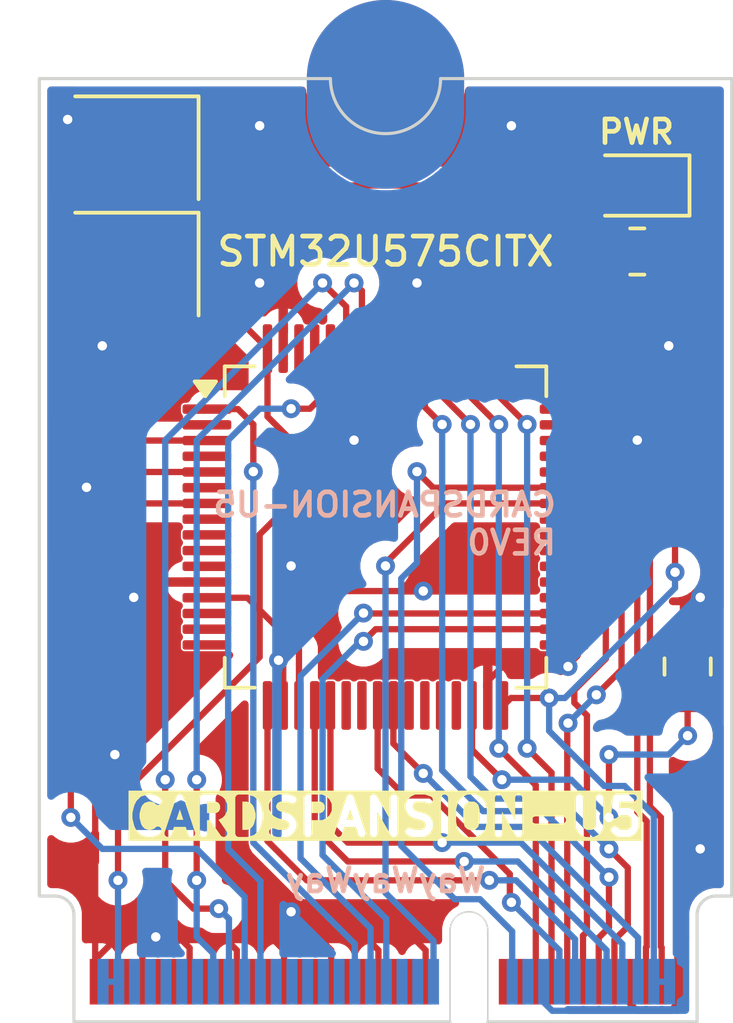
<source format=kicad_pcb>
(kicad_pcb (version 20241229) (generator "pcbnew") (generator_version "9.0")
  (layers (0 "F.Cu" signal) (2 "B.Cu" signal) (13 "F.Paste" user) (15 "B.Paste" user) (5 "F.SilkS" user "F.Silkscreen") (7 "B.SilkS" user "B.Silkscreen") (1 "F.Mask" user) (3 "B.Mask" user) (25 "Edge.Cuts" user))
  (net 0 "")
  (net 1 "/SDIO-CMD")
  (net 2 "/SDIO-D3")
  (net 7 "/I2C-SDA")
  (net 15 "GND")
  (net 19 "/SDIO-CLK")
  (net 20 "/I2S-WS")
  (net 21 "/LED1")
  (net 22 "/UART-RX")
  (net 25 "/I2S-SD")
  (net 26 "/I2S-CK")
  (net 27 "/I2C-SCL")
  (net 32 "/SDIO-D2")
  (net 37 "/SDIO-D1")
  (net 39 "/SDIO-D0")
  (net 43 "/UART-TX")
  (net 44 "/LED2")
  (net 46 "/VBAT")
  (net 47 "/USB-D+")
  (net 48 "/NRST")
  (net 49 "/SWDIO")
  (net 50 "+3.3V")
  (net 52 "/SWCLK")
  (net 53 "/OSCIN")
  (net 54 "/RTCIN")
  (net 56 "/USB-D-")
  (net 57 "/BOOT")
  (net 58 "Net-(U1-VCAP)")
  (net 87 "Net-(D1-K)")
  (footprint "Oscillator:Oscillator_SMD_Abracon_ASE-4Pin_3.2x2.5mm" (layer "F.Cu") (at 102.1 101.7 180)
    (property "Reference" "Y1" (hide yes))
    (property "Value" "ASE-8MHZ" (hide yes))
    (fp_line (start -1.96 1.635) (end 1.96 1.635) (stroke (width 0.12)) (layer "F.SilkS"))
    (fp_line (start -1.96 -1.635) (end -1.96 1.635) (stroke (width 0.12)) (layer "F.SilkS"))
    (pad "1" smd roundrect (at -1.05 0.825 180) (size 1.3 1.1) (layers "F.Cu" "F.Mask" "F.Paste") (roundrect_rratio 0.227273) (net 50 "+3.3V"))
    (pad "2" smd roundrect (at 1.05 0.825 180) (size 1.3 1.1) (layers "F.Cu" "F.Mask" "F.Paste") (roundrect_rratio 0.227273) (net 15 "GND"))
    (pad "3" smd roundrect (at 1.05 -0.825 180) (size 1.3 1.1) (layers "F.Cu" "F.Mask" "F.Paste") (roundrect_rratio 0.227273) (net 53 "/OSCIN"))
    (pad "4" smd roundrect (at -1.05 -0.825 180) (size 1.3 1.1) (layers "F.Cu" "F.Mask" "F.Paste") (roundrect_rratio 0.227273) (net 50 "+3.3V"))
  )
  (footprint "Package_QFP:LQFP-64_10x10mm_P0.5mm" (layer "F.Cu") (at 110 113.7625)
    (property "Reference" "U1" (hide yes))
    (property "Value" "STM32U575RITx" (hide yes))
    (fp_line (start -5.11 -5.11) (end -5.11 -4.16) (stroke (width 0.12)) (layer "F.SilkS"))
    (fp_line (start -5.11 5.11) (end -5.11 4.16) (stroke (width 0.12)) (layer "F.SilkS"))
    (fp_line (start -4.16 -5.11) (end -5.11 -5.11) (stroke (width 0.12)) (layer "F.SilkS"))
    (fp_line (start -4.16 5.11) (end -5.11 5.11) (stroke (width 0.12)) (layer "F.SilkS"))
    (fp_line (start 4.16 -5.11) (end 5.11 -5.11) (stroke (width 0.12)) (layer "F.SilkS"))
    (fp_line (start 4.16 5.11) (end 5.11 5.11) (stroke (width 0.12)) (layer "F.SilkS"))
    (fp_line (start 5.11 -5.11) (end 5.11 -4.16) (stroke (width 0.12)) (layer "F.SilkS"))
    (fp_line (start 5.11 5.11) (end 5.11 4.16) (stroke (width 0.12)) (layer "F.SilkS"))
    (fp_poly (pts (xy -5.725 -4.16) (xy -6.065 -4.63) (xy -5.385 -4.63)) (stroke (width 0.12)) (fill yes) (layer "F.SilkS"))
    (pad "1" smd roundrect (at -5.675 -3.75) (size 1.55 0.3) (layers "F.Cu" "F.Mask" "F.Paste") (net 46 "/VBAT"))
    (pad "2" smd roundrect (at -5.675 -3.25) (size 1.55 0.3) (layers "F.Cu" "F.Mask" "F.Paste"))
    (pad "3" smd roundrect (at -5.675 -2.75) (size 1.55 0.3) (layers "F.Cu" "F.Mask" "F.Paste") (net 54 "/RTCIN"))
    (pad "4" smd roundrect (at -5.675 -2.25) (size 1.55 0.3) (layers "F.Cu" "F.Mask" "F.Paste"))
    (pad "5" smd roundrect (at -5.675 -1.75) (size 1.55 0.3) (layers "F.Cu" "F.Mask" "F.Paste") (net 53 "/OSCIN"))
    (pad "6" smd roundrect (at -5.675 -1.25) (size 1.55 0.3) (layers "F.Cu" "F.Mask" "F.Paste"))
    (pad "7" smd roundrect (at -5.675 -0.75) (size 1.55 0.3) (layers "F.Cu" "F.Mask" "F.Paste") (net 48 "/NRST"))
    (pad "8" smd roundrect (at -5.675 -0.25) (size 1.55 0.3) (layers "F.Cu" "F.Mask" "F.Paste"))
    (pad "9" smd roundrect (at -5.675 0.25) (size 1.55 0.3) (layers "F.Cu" "F.Mask" "F.Paste"))
    (pad "10" smd roundrect (at -5.675 0.75) (size 1.55 0.3) (layers "F.Cu" "F.Mask" "F.Paste"))
    (pad "11" smd roundrect (at -5.675 1.25) (size 1.55 0.3) (layers "F.Cu" "F.Mask" "F.Paste"))
    (pad "12" smd roundrect (at -5.675 1.75) (size 1.55 0.3) (layers "F.Cu" "F.Mask" "F.Paste") (net 15 "GND"))
    (pad "13" smd roundrect (at -5.675 2.25) (size 1.55 0.3) (layers "F.Cu" "F.Mask" "F.Paste") (net 50 "+3.3V"))
    (pad "14" smd roundrect (at -5.675 2.75) (size 1.55 0.3) (layers "F.Cu" "F.Mask" "F.Paste"))
    (pad "15" smd roundrect (at -5.675 3.25) (size 1.55 0.3) (layers "F.Cu" "F.Mask" "F.Paste"))
    (pad "16" smd roundrect (at -5.675 3.75) (size 1.55 0.3) (layers "F.Cu" "F.Mask" "F.Paste"))
    (pad "17" smd roundrect (at -3.75 5.675) (size 0.3 1.55) (layers "F.Cu" "F.Mask" "F.Paste") (net 25 "/I2S-SD"))
    (pad "18" smd roundrect (at -3.25 5.675) (size 0.3 1.55) (layers "F.Cu" "F.Mask" "F.Paste") (net 15 "GND"))
    (pad "19" smd roundrect (at -2.75 5.675) (size 0.3 1.55) (layers "F.Cu" "F.Mask" "F.Paste") (net 50 "+3.3V"))
    (pad "20" smd roundrect (at -2.25 5.675) (size 0.3 1.55) (layers "F.Cu" "F.Mask" "F.Paste") (net 20 "/I2S-WS"))
    (pad "21" smd roundrect (at -1.75 5.675) (size 0.3 1.55) (layers "F.Cu" "F.Mask" "F.Paste") (net 26 "/I2S-CK"))
    (pad "22" smd roundrect (at -1.25 5.675) (size 0.3 1.55) (layers "F.Cu" "F.Mask" "F.Paste"))
    (pad "23" smd roundrect (at -0.75 5.675) (size 0.3 1.55) (layers "F.Cu" "F.Mask" "F.Paste"))
    (pad "24" smd roundrect (at -0.25 5.675) (size 0.3 1.55) (layers "F.Cu" "F.Mask" "F.Paste") (net 44 "/LED2"))
    (pad "25" smd roundrect (at 0.25 5.675) (size 0.3 1.55) (layers "F.Cu" "F.Mask" "F.Paste") (net 21 "/LED1"))
    (pad "26" smd roundrect (at 0.75 5.675) (size 0.3 1.55) (layers "F.Cu" "F.Mask" "F.Paste"))
    (pad "27" smd roundrect (at 1.25 5.675) (size 0.3 1.55) (layers "F.Cu" "F.Mask" "F.Paste"))
    (pad "28" smd roundrect (at 1.75 5.675) (size 0.3 1.55) (layers "F.Cu" "F.Mask" "F.Paste"))
    (pad "29" smd roundrect (at 2.25 5.675) (size 0.3 1.55) (layers "F.Cu" "F.Mask" "F.Paste"))
    (pad "30" smd roundrect (at 2.75 5.675) (size 0.3 1.55) (layers "F.Cu" "F.Mask" "F.Paste") (net 58 "Net-(U1-VCAP)"))
    (pad "31" smd roundrect (at 3.25 5.675) (size 0.3 1.55) (layers "F.Cu" "F.Mask" "F.Paste") (net 15 "GND"))
    (pad "32" smd roundrect (at 3.75 5.675) (size 0.3 1.55) (layers "F.Cu" "F.Mask" "F.Paste") (net 50 "+3.3V"))
    (pad "33" smd roundrect (at 5.675 3.75) (size 1.55 0.3) (layers "F.Cu" "F.Mask" "F.Paste"))
    (pad "34" smd roundrect (at 5.675 3.25) (size 1.55 0.3) (layers "F.Cu" "F.Mask" "F.Paste") (net 49 "/SWDIO"))
    (pad "35" smd roundrect (at 5.675 2.75) (size 1.55 0.3) (layers "F.Cu" "F.Mask" "F.Paste") (net 52 "/SWCLK"))
    (pad "36" smd roundrect (at 5.675 2.25) (size 1.55 0.3) (layers "F.Cu" "F.Mask" "F.Paste"))
    (pad "37" smd roundrect (at 5.675 1.75) (size 1.55 0.3) (layers "F.Cu" "F.Mask" "F.Paste"))
    (pad "38" smd roundrect (at 5.675 1.25) (size 1.55 0.3) (layers "F.Cu" "F.Mask" "F.Paste"))
    (pad "39" smd roundrect (at 5.675 0.75) (size 1.55 0.3) (layers "F.Cu" "F.Mask" "F.Paste") (net 39 "/SDIO-D0"))
    (pad "40" smd roundrect (at 5.675 0.25) (size 1.55 0.3) (layers "F.Cu" "F.Mask" "F.Paste") (net 37 "/SDIO-D1"))
    (pad "41" smd roundrect (at 5.675 -0.25) (size 1.55 0.3) (layers "F.Cu" "F.Mask" "F.Paste"))
    (pad "42" smd roundrect (at 5.675 -0.75) (size 1.55 0.3) (layers "F.Cu" "F.Mask" "F.Paste") (net 43 "/UART-TX"))
    (pad "43" smd roundrect (at 5.675 -1.25) (size 1.55 0.3) (layers "F.Cu" "F.Mask" "F.Paste") (net 22 "/UART-RX"))
    (pad "44" smd roundrect (at 5.675 -1.75) (size 1.55 0.3) (layers "F.Cu" "F.Mask" "F.Paste") (net 56 "/USB-D-"))
    (pad "45" smd roundrect (at 5.675 -2.25) (size 1.55 0.3) (layers "F.Cu" "F.Mask" "F.Paste") (net 47 "/USB-D+"))
    (pad "46" smd roundrect (at 5.675 -2.75) (size 1.55 0.3) (layers "F.Cu" "F.Mask" "F.Paste"))
    (pad "47" smd roundrect (at 5.675 -3.25) (size 1.55 0.3) (layers "F.Cu" "F.Mask" "F.Paste") (net 15 "GND"))
    (pad "48" smd roundrect (at 5.675 -3.75) (size 1.55 0.3) (layers "F.Cu" "F.Mask" "F.Paste") (net 50 "+3.3V"))
    (pad "49" smd roundrect (at 3.75 -5.675) (size 0.3 1.55) (layers "F.Cu" "F.Mask" "F.Paste"))
    (pad "50" smd roundrect (at 3.25 -5.675) (size 0.3 1.55) (layers "F.Cu" "F.Mask" "F.Paste"))
    (pad "51" smd roundrect (at 2.75 -5.675) (size 0.3 1.55) (layers "F.Cu" "F.Mask" "F.Paste") (net 32 "/SDIO-D2"))
    (pad "52" smd roundrect (at 2.25 -5.675) (size 0.3 1.55) (layers "F.Cu" "F.Mask" "F.Paste") (net 2 "/SDIO-D3"))
    (pad "53" smd roundrect (at 1.75 -5.675) (size 0.3 1.55) (layers "F.Cu" "F.Mask" "F.Paste") (net 19 "/SDIO-CLK"))
    (pad "54" smd roundrect (at 1.25 -5.675) (size 0.3 1.55) (layers "F.Cu" "F.Mask" "F.Paste") (net 1 "/SDIO-CMD"))
    (pad "55" smd roundrect (at 0.75 -5.675) (size 0.3 1.55) (layers "F.Cu" "F.Mask" "F.Paste"))
    (pad "56" smd roundrect (at 0.25 -5.675) (size 0.3 1.55) (layers "F.Cu" "F.Mask" "F.Paste"))
    (pad "57" smd roundrect (at -0.25 -5.675) (size 0.3 1.55) (layers "F.Cu" "F.Mask" "F.Paste"))
    (pad "58" smd roundrect (at -0.75 -5.675) (size 0.3 1.55) (layers "F.Cu" "F.Mask" "F.Paste") (net 27 "/I2C-SCL"))
    (pad "59" smd roundrect (at -1.25 -5.675) (size 0.3 1.55) (layers "F.Cu" "F.Mask" "F.Paste") (net 7 "/I2C-SDA"))
    (pad "60" smd roundrect (at -1.75 -5.675) (size 0.3 1.55) (layers "F.Cu" "F.Mask" "F.Paste") (net 57 "/BOOT"))
    (pad "61" smd roundrect (at -2.25 -5.675) (size 0.3 1.55) (layers "F.Cu" "F.Mask" "F.Paste"))
    (pad "62" smd roundrect (at -2.75 -5.675) (size 0.3 1.55) (layers "F.Cu" "F.Mask" "F.Paste"))
    (pad "63" smd roundrect (at -3.25 -5.675) (size 0.3 1.55) (layers "F.Cu" "F.Mask" "F.Paste") (net 15 "GND"))
    (pad "64" smd roundrect (at -3.75 -5.675) (size 0.3 1.55) (layers "F.Cu" "F.Mask" "F.Paste") (net 50 "+3.3V"))
  )
  (footprint "LED_SMD:LED_0805_2012Metric" (layer "F.Cu") (at 117.975 102.9 180)
    (property "Reference" "D1" (hide yes))
    (property "Value" "PWR" (at 0 1.705 0) (layer "F.SilkS") (effects (font (size 0.75 0.75))))
    (fp_line (start 1 -0.96) (end -1.685 -0.96) (stroke (width 0.12)) (layer "F.SilkS"))
    (fp_line (start -1.685 0.96) (end 1 0.96) (stroke (width 0.12)) (layer "F.SilkS"))
    (fp_line (start -1.685 -0.96) (end -1.685 0.96) (stroke (width 0.12)) (layer "F.SilkS"))
    (pad "1" smd roundrect (at -0.9375 0 180) (size 0.975 1.4) (layers "F.Cu" "F.Mask" "F.Paste") (net 87 "Net-(D1-K)"))
    (pad "2" smd roundrect (at 0.9375 0 180) (size 0.975 1.4) (layers "F.Cu" "F.Mask" "F.Paste") (net 50 "+3.3V"))
  )
  (footprint "M2-2230-E:M2-2230-E" (layer "F.Cu") (at 98 98.5)
    (property "Reference" "J1" (hide yes))
    (property "Value" "M2-E 2230" (hide yes))
    (fp_line (start 1 1) (end 1 27) (stroke (width 0.1)) (layer "Edge.Cuts"))
    (fp_line (start 1 1) (end 10.25 1) (stroke (width 0.1)) (layer "Edge.Cuts"))
    (fp_line (start 1 27) (end 1.5 27) (stroke (width 0.1)) (layer "Edge.Cuts"))
    (fp_line (start 2.1 27.6) (end 2.1 31) (stroke (width 0.1)) (layer "Edge.Cuts"))
    (fp_line (start 2.1 31) (end 14.05 31) (stroke (width 0.1)) (layer "Edge.Cuts"))
    (fp_line (start 14.05 31) (end 14.05 28.1) (stroke (width 0.05)) (layer "Edge.Cuts"))
    (fp_line (start 15.25 28.1) (end 15.25 31) (stroke (width 0.05)) (layer "Edge.Cuts"))
    (fp_line (start 15.25 31) (end 21.9 31) (stroke (width 0.1)) (layer "Edge.Cuts"))
    (fp_line (start 21.9 27.6) (end 21.9 31) (stroke (width 0.1)) (layer "Edge.Cuts"))
    (fp_line (start 23 1) (end 13.75 1) (stroke (width 0.1)) (layer "Edge.Cuts"))
    (fp_line (start 23 1) (end 23 27) (stroke (width 0.1)) (layer "Edge.Cuts"))
    (fp_line (start 23 27) (end 22.5 27) (stroke (width 0.1)) (layer "Edge.Cuts"))
    (fp_arc (start 1.5 27) (mid 1.924264 27.175736) (end 2.1 27.6) (stroke (width 0.1)) (layer "Edge.Cuts"))
    (fp_arc (start 13.75 1) (mid 12 2.75) (end 10.25 1) (stroke (width 0.1)) (layer "Edge.Cuts"))
    (fp_arc (start 14.05 28.1) (mid 14.65 27.5) (end 15.25 28.1) (stroke (width 0.05)) (layer "Edge.Cuts"))
    (fp_arc (start 21.9 27.6) (mid 22.075736 27.175736) (end 22.5 27) (stroke (width 0.1)) (layer "Edge.Cuts"))
    (pad "1" connect rect (at 21.275 29.725) (size 0.35 1.45) (layers "F.Cu" "F.Mask") (net 15 "GND"))
    (pad "2" connect rect (at 21.025 29.725) (size 0.35 1.45) (layers "B.Cu" "B.Mask") (net 50 "+3.3V"))
    (pad "3" connect rect (at 20.775 29.725) (size 0.35 1.45) (layers "F.Cu" "F.Mask") (net 47 "/USB-D+"))
    (pad "4" connect rect (at 20.525 29.725) (size 0.35 1.45) (layers "B.Cu" "B.Mask") (net 50 "+3.3V"))
    (pad "5" connect rect (at 20.275 29.725) (size 0.35 1.45) (layers "F.Cu" "F.Mask") (net 56 "/USB-D-"))
    (pad "6" connect rect (at 20.025 29.725) (size 0.35 1.45) (layers "B.Cu" "B.Mask") (net 21 "/LED1"))
    (pad "7" connect rect (at 19.775 29.725) (size 0.35 1.45) (layers "F.Cu" "F.Mask") (net 15 "GND"))
    (pad "8" connect rect (at 19.525 29.725) (size 0.35 1.45) (layers "B.Cu" "B.Mask") (net 26 "/I2S-CK"))
    (pad "9" connect rect (at 19.275 29.725) (size 0.35 1.45) (layers "F.Cu" "F.Mask") (net 19 "/SDIO-CLK"))
    (pad "10" connect rect (at 19.025 29.725) (size 0.35 1.45) (layers "B.Cu" "B.Mask") (net 20 "/I2S-WS"))
    (pad "11" connect rect (at 18.775 29.725) (size 0.35 1.45) (layers "F.Cu" "F.Mask") (net 1 "/SDIO-CMD"))
    (pad "12" connect rect (at 18.525 29.725) (size 0.35 1.45) (layers "B.Cu" "B.Mask"))
    (pad "13" connect rect (at 18.275 29.725) (size 0.35 1.45) (layers "F.Cu" "F.Mask") (net 39 "/SDIO-D0"))
    (pad "14" connect rect (at 18.025 29.725) (size 0.35 1.45) (layers "B.Cu" "B.Mask") (net 25 "/I2S-SD"))
    (pad "15" connect rect (at 17.775 29.725) (size 0.35 1.45) (layers "F.Cu" "F.Mask") (net 37 "/SDIO-D1"))
    (pad "16" connect rect (at 17.525 29.725) (size 0.35 1.45) (layers "B.Cu" "B.Mask") (net 44 "/LED2"))
    (pad "17" connect rect (at 17.275 29.725) (size 0.35 1.45) (layers "F.Cu" "F.Mask") (net 32 "/SDIO-D2"))
    (pad "18" connect rect (at 17.025 29.725) (size 0.35 1.45) (layers "B.Cu" "B.Mask") (net 15 "GND"))
    (pad "19" connect rect (at 16.775 29.725) (size 0.35 1.45) (layers "F.Cu" "F.Mask") (net 2 "/SDIO-D3"))
    (pad "20" connect rect (at 16.525 29.725) (size 0.35 1.45) (layers "B.Cu" "B.Mask"))
    (pad "21" connect rect (at 16.275 29.725) (size 0.35 1.45) (layers "F.Cu" "F.Mask"))
    (pad "22" connect rect (at 16.025 29.725) (size 0.35 1.45) (layers "B.Cu" "B.Mask") (net 22 "/UART-RX"))
    (pad "23" connect rect (at 15.775 29.725) (size 0.35 1.45) (layers "F.Cu" "F.Mask"))
    (pad "32" connect rect (at 13.525 29.725) (size 0.35 1.45) (layers "B.Cu" "B.Mask") (net 43 "/UART-TX"))
    (pad "33" connect rect (at 13.275 29.725) (size 0.35 1.45) (layers "F.Cu" "F.Mask") (net 15 "GND"))
    (pad "34" connect rect (at 13.025 29.725) (size 0.35 1.45) (layers "B.Cu" "B.Mask"))
    (pad "35" connect rect (at 12.775 29.725) (size 0.35 1.45) (layers "F.Cu" "F.Mask"))
    (pad "36" connect rect (at 12.525 29.725) (size 0.35 1.45) (layers "B.Cu" "B.Mask"))
    (pad "37" connect rect (at 12.275 29.725) (size 0.35 1.45) (layers "F.Cu" "F.Mask"))
    (pad "38" connect rect (at 12.025 29.725) (size 0.35 1.45) (layers "B.Cu" "B.Mask") (net 49 "/SWDIO"))
    (pad "39" connect rect (at 11.775 29.725) (size 0.35 1.45) (layers "F.Cu" "F.Mask") (net 15 "GND"))
    (pad "40" connect rect (at 11.525 29.725) (size 0.35 1.45) (layers "B.Cu" "B.Mask") (net 52 "/SWCLK"))
    (pad "41" connect rect (at 11.275 29.725) (size 0.35 1.45) (layers "F.Cu" "F.Mask"))
    (pad "42" connect rect (at 11.025 29.725) (size 0.35 1.45) (layers "B.Cu" "B.Mask") (net 46 "/VBAT"))
    (pad "43" connect rect (at 10.775 29.725) (size 0.35 1.45) (layers "F.Cu" "F.Mask"))
    (pad "44" connect rect (at 10.525 29.725) (size 0.35 1.45) (layers "B.Cu" "B.Mask"))
    (pad "45" connect rect (at 10.275 29.725) (size 0.35 1.45) (layers "F.Cu" "F.Mask") (net 15 "GND"))
    (pad "46" connect rect (at 10.025 29.725) (size 0.35 1.45) (layers "B.Cu" "B.Mask"))
    (pad "47" connect rect (at 9.775 29.725) (size 0.35 1.45) (layers "F.Cu" "F.Mask"))
    (pad "48" connect rect (at 9.525 29.725) (size 0.35 1.45) (layers "B.Cu" "B.Mask"))
    (pad "49" connect rect (at 9.275 29.725) (size 0.35 1.45) (layers "F.Cu" "F.Mask"))
    (pad "50" connect rect (at 9.025 29.725) (size 0.35 1.45) (layers "B.Cu" "B.Mask"))
    (pad "51" connect rect (at 8.775 29.725) (size 0.35 1.45) (layers "F.Cu" "F.Mask") (net 15 "GND"))
    (pad "52" connect rect (at 8.525 29.725) (size 0.35 1.45) (layers "B.Cu" "B.Mask"))
    (pad "53" connect rect (at 8.275 29.725) (size 0.35 1.45) (layers "F.Cu" "F.Mask"))
    (pad "54" connect rect (at 8.025 29.725) (size 0.35 1.45) (layers "B.Cu" "B.Mask") (net 57 "/BOOT"))
    (pad "55" connect rect (at 7.775 29.725) (size 0.35 1.45) (layers "F.Cu" "F.Mask"))
    (pad "56" connect rect (at 7.525 29.725) (size 0.35 1.45) (layers "B.Cu" "B.Mask") (net 48 "/NRST"))
    (pad "57" connect rect (at 7.275 29.725) (size 0.35 1.45) (layers "F.Cu" "F.Mask") (net 15 "GND"))
    (pad "58" connect rect (at 7.025 29.725) (size 0.35 1.45) (layers "B.Cu" "B.Mask") (net 7 "/I2C-SDA"))
    (pad "59" connect rect (at 6.775 29.725) (size 0.35 1.45) (layers "F.Cu" "F.Mask"))
    (pad "60" connect rect (at 6.525 29.725) (size 0.35 1.45) (layers "B.Cu" "B.Mask") (net 27 "/I2C-SCL"))
    (pad "61" connect rect (at 6.275 29.725) (size 0.35 1.45) (layers "F.Cu" "F.Mask"))
    (pad "62" connect rect (at 6.025 29.725) (size 0.35 1.45) (layers "B.Cu" "B.Mask"))
    (pad "63" connect rect (at 5.775 29.725) (size 0.35 1.45) (layers "F.Cu" "F.Mask") (net 15 "GND"))
    (pad "64" connect rect (at 5.525 29.725) (size 0.35 1.45) (layers "B.Cu" "B.Mask"))
    (pad "65" connect rect (at 5.275 29.725) (size 0.35 1.45) (layers "F.Cu" "F.Mask"))
    (pad "66" connect rect (at 5.025 29.725) (size 0.35 1.45) (layers "B.Cu" "B.Mask"))
    (pad "67" connect rect (at 4.775 29.725) (size 0.35 1.45) (layers "F.Cu" "F.Mask"))
    (pad "68" connect rect (at 4.525 29.725) (size 0.35 1.45) (layers "B.Cu" "B.Mask"))
    (pad "69" connect rect (at 4.275 29.725) (size 0.35 1.45) (layers "F.Cu" "F.Mask") (net 15 "GND"))
    (pad "70" connect rect (at 4.025 29.725) (size 0.35 1.45) (layers "B.Cu" "B.Mask"))
    (pad "71" connect rect (at 3.775 29.725) (size 0.35 1.45) (layers "F.Cu" "F.Mask"))
    (pad "72" connect rect (at 3.525 29.725) (size 0.35 1.45) (layers "B.Cu" "B.Mask") (net 50 "+3.3V"))
    (pad "73" connect rect (at 3.275 29.725) (size 0.35 1.45) (layers "F.Cu" "F.Mask"))
    (pad "74" connect rect (at 3.025 29.725) (size 0.35 1.45) (layers "B.Cu" "B.Mask") (net 50 "+3.3V"))
    (pad "75" connect rect (at 2.775 29.725) (size 0.35 1.45) (layers "F.Cu" "F.Mask") (net 15 "GND"))
    (pad "76" connect circle (at 12 1) (size 5 5) (layers "F.Cu" "F.Mask"))
    (pad "77" connect oval (at 12 1.5) (size 5 6) (layers "B.Cu" "B.Mask"))
  )
  (footprint "Resistor_SMD:R_0805_2012Metric" (layer "F.Cu") (at 118 105 180)
    (property "Reference" "R1" (hide yes))
    (property "Value" "510" (hide yes))
    (fp_line (start -0.227064 0.735) (end 0.227064 0.735) (stroke (width 0.12)) (layer "F.SilkS"))
    (fp_line (start -0.227064 -0.735) (end 0.227064 -0.735) (stroke (width 0.12)) (layer "F.SilkS"))
    (pad "1" smd roundrect (at -0.9125 0 180) (size 1.025 1.4) (layers "F.Cu" "F.Mask" "F.Paste") (roundrect_rratio 0.243902) (net 87 "Net-(D1-K)"))
    (pad "2" smd roundrect (at 0.9125 0 180) (size 1.025 1.4) (layers "F.Cu" "F.Mask" "F.Paste") (roundrect_rratio 0.243902) (net 15 "GND"))
  )
  (footprint "Oscillator:Oscillator_SMD_Abracon_ASE-4Pin_3.2x2.5mm" (layer "F.Cu") (at 102.1 105.4 180)
    (property "Reference" "Y2" (hide yes))
    (property "Value" "ASE-8MHZ" (hide yes))
    (fp_line (start -1.96 1.635) (end 1.96 1.635) (stroke (width 0.12)) (layer "F.SilkS"))
    (fp_line (start -1.96 -1.635) (end -1.96 1.635) (stroke (width 0.12)) (layer "F.SilkS"))
    (pad "1" smd roundrect (at -1.05 0.825 180) (size 1.3 1.1) (layers "F.Cu" "F.Mask" "F.Paste") (roundrect_rratio 0.227273) (net 50 "+3.3V"))
    (pad "2" smd roundrect (at 1.05 0.825 180) (size 1.3 1.1) (layers "F.Cu" "F.Mask" "F.Paste") (roundrect_rratio 0.227273) (net 15 "GND"))
    (pad "3" smd roundrect (at 1.05 -0.825 180) (size 1.3 1.1) (layers "F.Cu" "F.Mask" "F.Paste") (roundrect_rratio 0.227273) (net 54 "/RTCIN"))
    (pad "4" smd roundrect (at -1.05 -0.825 180) (size 1.3 1.1) (layers "F.Cu" "F.Mask" "F.Paste") (roundrect_rratio 0.227273) (net 50 "+3.3V"))
  )
  (footprint "Capacitor_SMD:C_0805_2012Metric" (layer "F.Cu") (at 119.6 118.2 -90)
    (property "Reference" "C1" (hide yes))
    (property "Value" "4.7UF" (hide yes))
    (fp_line (start -0.261252 0.735) (end 0.261252 0.735) (stroke (width 0.12)) (layer "F.SilkS"))
    (fp_line (start -0.261252 -0.735) (end 0.261252 -0.735) (stroke (width 0.12)) (layer "F.SilkS"))
    (pad "1" smd roundrect (at -0.95 0 270) (size 1 1.45) (layers "F.Cu" "F.Mask" "F.Paste") (net 15 "GND"))
    (pad "2" smd roundrect (at 0.95 0 270) (size 1 1.45) (layers "F.Cu" "F.Mask" "F.Paste") (net 58 "Net-(U1-VCAP)"))
  )
  (gr_text "STM32U575CITX" (at 110 105 0) (layer "F.SilkS") (effects (font (size 0.9 0.9) (thickness 0.15) (bold yes))))
  (gr_text "CARDSPANSION-U5" (at 110 123 0) (layer "F.SilkS" knockout) (effects (font (size 1.125 1.125) (thickness 0.225))))
  (gr_text "WayWayWay" (at 110 125 0) (layer "B.SilkS") (effects (font (size 0.75 0.75) (thickness 0.15) (bold yes)) (justify mirror)))
  (gr_text "CARDSPANSION-U5\nREV0" (at 115.5 114.7 0) (layer "B.SilkS") (effects (font (size 0.75 0.75) (thickness 0.15) (bold yes)) (justify left bottom mirror)))
  (segment (start 111.25 109.95) (end 111.8 110.5) (width 0.2) (layer "F.Cu") (net 1))
  (segment (start 111.25 108.0875) (end 111.25 109.95) (width 0.2) (layer "F.Cu") (net 1))
  (segment (start 116.775 126.825) (end 116.775 128.225) (width 0.2) (layer "F.Cu") (net 1))
  (segment (start 117.1 126.5) (end 116.775 126.825) (width 0.2) (layer "F.Cu") (net 1))
  (segment (start 117.1 124.9) (end 117.1 126.5) (width 0.2) (layer "F.Cu") (net 1))
  (via (at 117.1 124.9) (size 0.6) (drill 0.3) (layers "F.Cu" "B.Cu") (net 1))
  (via (at 111.8 110.5) (size 0.6) (drill 0.3) (layers "F.Cu" "B.Cu") (net 1))
  (segment (start 117.1 124.9) (end 115 122.8) (width 0.2) (layer "B.Cu") (net 1))
  (segment (start 115 122.8) (end 113.1 122.8) (width 0.2) (layer "B.Cu") (net 1))
  (segment (start 113.1 122.8) (end 111.8 121.5) (width 0.2) (layer "B.Cu") (net 1))
  (segment (start 111.8 121.5) (end 111.8 110.5) (width 0.2) (layer "B.Cu") (net 1))
  (segment (start 112.25 109.170637) (end 113.579363 110.5) (width 0.2) (layer "F.Cu") (net 2))
  (segment (start 112.25 108.0875) (end 112.25 109.170637) (width 0.2) (layer "F.Cu") (net 2))
  (segment (start 113.579363 110.5) (end 113.6 110.5) (width 0.2) (layer "F.Cu") (net 2))
  (segment (start 113.6 120.8) (end 114.775 121.975) (width 0.2) (layer "F.Cu") (net 2))
  (segment (start 114.775 121.975) (end 114.775 128.225) (width 0.2) (layer "F.Cu") (net 2))
  (via (at 113.6 110.5) (size 0.6) (drill 0.3) (layers "F.Cu" "B.Cu") (net 2))
  (via (at 113.6 120.8) (size 0.6) (drill 0.3) (layers "F.Cu" "B.Cu") (net 2))
  (segment (start 113.6 120) (end 113.6 120.8) (width 0.2) (layer "B.Cu") (net 2))
  (segment (start 113.6 110.5) (end 113.6 120) (width 0.2) (layer "B.Cu") (net 2))
  (segment (start 103.9 125.9) (end 104.7 125.9) (width 0.2) (layer "F.Cu") (net 7))
  (segment (start 103 121.8) (end 103 125) (width 0.2) (layer "F.Cu") (net 7))
  (segment (start 103 125) (end 103.9 125.9) (width 0.2) (layer "F.Cu") (net 7))
  (segment (start 108.75 106.75) (end 108 106) (width 0.2) (layer "F.Cu") (net 7))
  (segment (start 108.75 108.0875) (end 108.75 106.75) (width 0.2) (layer "F.Cu") (net 7))
  (via (at 104.7 125.9) (size 0.6) (drill 0.3) (layers "F.Cu" "B.Cu") (net 7))
  (via (at 103 121.8) (size 0.6) (drill 0.3) (layers "F.Cu" "B.Cu") (net 7))
  (via (at 108 106) (size 0.6) (drill 0.3) (layers "F.Cu" "B.Cu") (net 7))
  (segment (start 105.025 128.225) (end 105.025 126.225) (width 0.2) (layer "B.Cu") (net 7))
  (segment (start 103 121.8) (end 103 111) (width 0.2) (layer "B.Cu") (net 7))
  (segment (start 103 111) (end 108 106) (width 0.2) (layer "B.Cu") (net 7))
  (segment (start 105.025 126.225) (end 104.7 125.9) (width 0.2) (layer "B.Cu") (net 7))
  (segment (start 120 124) (end 119.275 124.725) (width 0.2) (layer "F.Cu") (net 15))
  (segment (start 108.275 128.225) (end 108.275 127.223) (width 0.2) (layer "F.Cu") (net 15))
  (segment (start 106.327 126.775) (end 104.827 126.775) (width 0.2) (layer "F.Cu") (net 15))
  (segment (start 102.2 105.725) (end 102.2 106.8) (width 0.2) (layer "F.Cu") (net 15))
  (segment (start 113.712501 118.2) (end 115.8 118.2) (width 0.2) (layer "F.Cu") (net 15))
  (segment (start 100.775 128.225) (end 100.775 127.523) (width 0.2) (layer "F.Cu") (net 15))
  (segment (start 102.275 127.223) (end 102.723 126.775) (width 0.2) (layer "F.Cu") (net 15))
  (segment (start 117.0875 105) (end 117.0875 106.0875) (width 0.2) (layer "F.Cu") (net 15))
  (segment (start 103.4 126.775) (end 104.827 126.775) (width 0.2) (layer "F.Cu") (net 15))
  (segment (start 113.25 119.4375) (end 113.25 118.662501) (width 0.2) (layer "F.Cu") (net 15))
  (segment (start 113.25 118.662501) (end 113.712501 118.2) (width 0.2) (layer "F.Cu") (net 15))
  (segment (start 117.775 128.927) (end 117.997 129.149) (width 0.2) (layer "F.Cu") (net 15))
  (segment (start 106.75 118.15) (end 106.6 118) (width 0.2) (layer "F.Cu") (net 15))
  (segment (start 111.275 127.223) (end 110.827 126.775) (width 0.2) (layer "F.Cu") (net 15))
  (segment (start 109.775 127.223) (end 109.327 126.775) (width 0.2) (layer "F.Cu") (net 15))
  (segment (start 102.723 126.775) (end 103.4 126.775) (width 0.2) (layer "F.Cu") (net 15))
  (segment (start 110.827 126.775) (end 109.327 126.775) (width 0.2) (layer "F.Cu") (net 15))
  (segment (start 100.775 121.625) (end 101.4 121) (width 0.2) (layer "F.Cu") (net 15))
  (segment (start 104.325 115.5125) (end 102.4875 115.5125) (width 0.2) (layer "F.Cu") (net 15))
  (segment (start 105.275 128.225) (end 105.275 127.223) (width 0.2) (layer "F.Cu") (net 15))
  (segment (start 102.275 128.225) (end 102.275 127.223) (width 0.2) (layer "F.Cu") (net 15))
  (segment (start 102.2 106.8) (end 101 108) (width 0.2) (layer "F.Cu") (net 15))
  (segment (start 117.0875 106.0875) (end 119 108) (width 0.2) (layer "F.Cu") (net 15))
  (segment (start 107 115) (end 107.3 115.3) (width 0.2) (layer "F.Cu") (net 15))
  (segment (start 100.775 128.225) (end 100.775 121.625) (width 0.2) (layer "F.Cu") (net 15))
  (segment (start 119.6 124.4) (end 120 124) (width 0.2) (layer "F.Cu") (net 15))
  (segment (start 119.6 117.25) (end 119.6 116.4) (width 0.2) (layer "F.Cu") (net 15))
  (segment (start 106.75 106.75) (end 106.75 108.0875) (width 0.2) (layer "F.Cu") (net 15))
  (segment (start 102.4875 115.5125) (end 102 116) (width 0.2) (layer "F.Cu") (net 15))
  (segment (start 103.775 127.15) (end 103.4 126.775) (width 0.2) (layer "F.Cu") (net 15))
  (segment (start 106.75 119.4375) (end 106.75 118.15) (width 0.2) (layer "F.Cu") (net 15))
  (segment (start 111.275 128.225) (end 111.275 127.223) (width 0.2) (layer "F.Cu") (net 15))
  (segment (start 117.997 129.149) (end 119.053 129.149) (width 0.2) (layer "F.Cu") (net 15))
  (segment (start 101.05 104.575) (end 102.2 105.725) (width 0.2) (layer "F.Cu") (net 15))
  (segment (start 106.775 128.225) (end 106.775 127.223) (width 0.2) (layer "F.Cu") (net 15))
  (segment (start 107.827 126.775) (end 106.327 126.775) (width 0.2) (layer "F.Cu") (net 15))
  (segment (start 101.498 126.8) (end 102.7 126.8) (width 0.2) (layer "F.Cu") (net 15))
  (segment (start 99.975 100.875) (end 99.9 100.8) (width 0.2) (layer "F.Cu") (net 15))
  (segment (start 119.6 116.4) (end 120 116) (width 0.2) (layer "F.Cu") (net 15))
  (segment (start 119.053 129.149) (end 119.275 128.927) (width 0.2) (layer "F.Cu") (net 15))
  (segment (start 103.775 128.225) (end 103.775 127.15) (width 0.2) (layer "F.Cu") (net 15))
  (segment (start 102.2 102.025) (end 101.05 100.875) (width 0.2) (layer "F.Cu") (net 15))
  (segment (start 106.775 127.223) (end 106.327 126.775) (width 0.2) (layer "F.Cu") (net 15))
  (segment (start 117.775 128.225) (end 117.775 128.927) (width 0.2) (layer "F.Cu") (net 15))
  (segment (start 109.327 126.775) (end 107.827 126.775) (width 0.2) (layer "F.Cu") (net 15))
  (segment (start 119.275 124.725) (end 119.275 128.225) (width 0.2) (layer "F.Cu") (net 15))
  (segment (start 108.275 127.223) (end 107.827 126.775) (width 0.2) (layer "F.Cu") (net 15))
  (segment (start 102.2 105.725) (end 102.2 102.025) (width 0.2) (layer "F.Cu") (net 15))
  (segment (start 101.05 100.875) (end 99.975 100.875) (width 0.2) (layer "F.Cu") (net 15))
  (segment (start 107.8 115.8) (end 111.2 115.8) (width 0.2) (layer "F.Cu") (net 15))
  (segment (start 100.775 127.523) (end 101.498 126.8) (width 0.2) (layer "F.Cu") (net 15))
  (segment (start 106 106) (end 106.75 106.75) (width 0.2) (layer "F.Cu") (net 15))
  (segment (start 109.775 128.225) (end 109.775 127.223) (width 0.2) (layer "F.Cu") (net 15))
  (segment (start 117.5125 110.5125) (end 118 111) (width 0.2) (layer "F.Cu") (net 15))
  (segment (start 107.3 115.3) (end 107.8 115.8) (width 0.2) (layer "F.Cu") (net 15))
  (segment (start 115.675 110.5125) (end 117.5125 110.5125) (width 0.2) (layer "F.Cu") (net 15))
  (segment (start 105.275 127.223) (end 104.827 126.775) (width 0.2) (layer "F.Cu") (net 15))
  (segment (start 119.275 128.927) (end 119.275 128.225) (width 0.2) (layer "F.Cu") (net 15))
  (via (at 111 106) (size 0.6) (drill 0.3) (layers "F.Cu" "B.Cu") (net 15))
  (via (at 107 115) (size 0.6) (drill 0.3) (layers "F.Cu" "B.Cu") (net 15))
  (via (at 109 111) (size 0.6) (drill 0.3) (layers "F.Cu" "B.Cu") (net 15))
  (via (at 106.6 118) (size 0.6) (drill 0.3) (layers "F.Cu" "B.Cu") (net 15))
  (via (at 115.8 118.2) (size 0.6) (drill 0.3) (layers "F.Cu" "B.Cu") (net 15))
  (via (at 111.2 115.8) (size 0.6) (drill 0.3) (layers "F.Cu" "B.Cu") (net 15))
  (via (at 120 116) (size 0.6) (drill 0.3) (layers "F.Cu" "B.Cu") (net 15))
  (via (at 107 126) (size 0.6) (drill 0.3) (layers "F.Cu" "B.Cu") (net 15))
  (via (at 120 124) (size 0.6) (drill 0.3) (layers "F.Cu" "B.Cu") (net 15))
  (via (at 106 106) (size 0.6) (drill 0.3) (layers "F.Cu" "B.Cu") (net 15))
  (via (at 114 101) (size 0.6) (drill 0.3) (layers "F.Cu" "B.Cu") (net 15))
  (via (at 102 116) (size 0.6) (drill 0.3) (layers "F.Cu" "B.Cu") (net 15))
  (via (at 101.4 121) (size 0.6) (drill 0.3) (layers "F.Cu" "B.Cu") (net 15))
  (via (at 118 111) (size 0.6) (drill 0.3) (layers "F.Cu" "B.Cu") (net 15))
  (via (at 119 108) (size 0.6) (drill 0.3) (layers "F.Cu" "B.Cu") (net 15))
  (via (at 99.9 100.8) (size 0.6) (drill 0.3) (layers "F.Cu" "B.Cu") (net 15))
  (via (at 106 101) (size 0.6) (drill 0.3) (layers "F.Cu" "B.Cu") (net 15))
  (via (at 102.7 126.8) (size 0.6) (drill 0.3) (layers "F.Cu" "B.Cu") (net 15))
  (via (at 100.5 112.5) (size 0.6) (drill 0.3) (layers "F.Cu" "B.Cu") (net 15))
  (via (at 101 108) (size 0.6) (drill 0.3) (layers "F.Cu" "B.Cu") (net 15))
  (segment (start 120 124) (end 119.549 124.451) (width 0.2) (layer "B.Cu") (net 15))
  (segment (start 115.297 129.149) (end 115.025 128.877) (width 0.2) (layer "B.Cu") (net 15))
  (segment (start 119.303 129.149) (end 115.297 129.149) (width 0.2) (layer "B.Cu") (net 15))
  (segment (start 119.549 128.903) (end 119.303 129.149) (width 0.2) (layer "B.Cu") (net 15))
  (segment (start 115.025 128.877) (end 115.025 128.225) (width 0.2) (layer "B.Cu") (net 15))
  (segment (start 119.549 124.451) (end 119.549 128.903) (width 0.2) (layer "B.Cu") (net 15))
  (segment (start 117.7 126.4671) (end 117.275 126.8921) (width 0.2) (layer "F.Cu") (net 19))
  (segment (start 117.275 126.8921) (end 117.275 128.225) (width 0.2) (layer "F.Cu") (net 19))
  (segment (start 117.7 124.6) (end 117.7 126.4671) (width 0.2) (layer "F.Cu") (net 19))
  (segment (start 111.75 108.0875) (end 111.75 109.55) (width 0.2) (layer "F.Cu") (net 19))
  (segment (start 117.1 124) (end 117.7 124.6) (width 0.2) (layer "F.Cu") (net 19))
  (segment (start 111.75 109.55) (end 112.7 110.5) (width 0.2) (layer "F.Cu") (net 19))
  (via (at 112.7 110.5) (size 0.6) (drill 0.3) (layers "F.Cu" "B.Cu") (net 19))
  (via (at 117.1 124) (size 0.6) (drill 0.3) (layers "F.Cu" "B.Cu") (net 19))
  (segment (start 115.5 122.4) (end 113.4 122.4) (width 0.2) (layer "B.Cu") (net 19))
  (segment (start 113.4 122.4) (end 112.7 121.7) (width 0.2) (layer "B.Cu") (net 19))
  (segment (start 117.1 124) (end 115.5 122.4) (width 0.2) (layer "B.Cu") (net 19))
  (segment (start 112.7 121.7) (end 112.7 110.5) (width 0.2) (layer "B.Cu") (net 19))
  (segment (start 108.8 124.4) (end 107.75 123.35) (width 0.2) (layer "F.Cu") (net 20))
  (segment (start 107.75 123.35) (end 107.75 119.4375) (width 0.2) (layer "F.Cu") (net 20))
  (segment (start 112.5 124.4) (end 108.8 124.4) (width 0.2) (layer "F.Cu") (net 20))
  (via (at 112.5 124.4) (size 0.6) (drill 0.3) (layers "F.Cu" "B.Cu") (net 20))
  (segment (start 114.2 124.4) (end 112.5 124.4) (width 0.2) (layer "B.Cu") (net 20))
  (segment (start 117.025 127.225) (end 116.1 126.3) (width 0.2) (layer "B.Cu") (net 20))
  (segment (start 117.025 128.225) (end 117.025 127.225) (width 0.2) (layer "B.Cu") (net 20))
  (segment (start 116.1 126.3) (end 114.2 124.4) (width 0.2) (layer "B.Cu") (net 20))
  (segment (start 110.25 120.65) (end 110.25 119.4375) (width 0.2) (layer "F.Cu") (net 21))
  (segment (start 111.2 121.6) (end 110.25 120.65) (width 0.2) (layer "F.Cu") (net 21))
  (via (at 111.2 121.6) (size 0.6) (drill 0.3) (layers "F.Cu" "B.Cu") (net 21))
  (segment (start 118.025 126.825) (end 114.5 123.3) (width 0.2) (layer "B.Cu") (net 21))
  (segment (start 111.2 121.6) (end 111.185421 121.585421) (width 0.2) (layer "B.Cu") (net 21))
  (segment (start 118.025 128.225) (end 118.025 126.825) (width 0.2) (layer "B.Cu") (net 21))
  (segment (start 114.5 123.3) (end 112.9 123.3) (width 0.2) (layer "B.Cu") (net 21))
  (segment (start 112.9 123.3) (end 111.2 121.6) (width 0.2) (layer "B.Cu") (net 21))
  (segment (start 111 112) (end 111.5125 112.5125) (width 0.2) (layer "F.Cu") (net 22))
  (segment (start 111.5125 112.5125) (end 115.675 112.5125) (width 0.2) (layer "F.Cu") (net 22))
  (via (at 111 112) (size 0.6) (drill 0.3) (layers "F.Cu" "B.Cu") (net 22))
  (segment (start 114.025 128.225) (end 114.025 126.625) (width 0.2) (layer "B.Cu") (net 22))
  (segment (start 110.5 123.9) (end 110.5 115.4) (width 0.2) (layer "B.Cu") (net 22))
  (segment (start 114.025 126.625) (end 113 125.6) (width 0.2) (layer "B.Cu") (net 22))
  (segment (start 112.2 125.6) (end 110.5 123.9) (width 0.2) (layer "B.Cu") (net 22))
  (segment (start 110.5 115.4) (end 111 114.9) (width 0.2) (layer "B.Cu") (net 22))
  (segment (start 113 125.6) (end 112.2 125.6) (width 0.2) (layer "B.Cu") (net 22))
  (segment (start 111 114.9) (end 111 112) (width 0.2) (layer "B.Cu") (net 22))
  (segment (start 107.5 125) (end 106.25 123.75) (width 0.2) (layer "F.Cu") (net 25))
  (segment (start 113.3 125) (end 107.5 125) (width 0.2) (layer "F.Cu") (net 25))
  (segment (start 106.25 123.75) (end 106.25 119.4375) (width 0.2) (layer "F.Cu") (net 25))
  (via (at 113.3 125) (size 0.6) (drill 0.3) (layers "F.Cu" "B.Cu") (net 25))
  (segment (start 113.8 125) (end 113.3 125) (width 0.2) (layer "B.Cu") (net 25))
  (segment (start 114.149943 125) (end 113.8 125) (width 0.2) (layer "B.Cu") (net 25))
  (segment (start 116.025 126.875057) (end 114.149943 125) (width 0.2) (layer "B.Cu") (net 25))
  (segment (start 116.025 128.225) (end 116.025 126.875057) (width 0.2) (layer "B.Cu") (net 25))
  (segment (start 108.8 123.8) (end 108.25 123.25) (width 0.2) (layer "F.Cu") (net 26))
  (segment (start 108.25 123.25) (end 108.25 119.4375) (width 0.2) (layer "F.Cu") (net 26))
  (segment (start 111.8 123.8) (end 108.8 123.8) (width 0.2) (layer "F.Cu") (net 26))
  (via (at 111.8 123.8) (size 0.6) (drill 0.3) (layers "F.Cu" "B.Cu") (net 26))
  (segment (start 114.3 123.8) (end 111.8 123.8) (width 0.2) (layer "B.Cu") (net 26))
  (segment (start 115 124.5) (end 114.3 123.8) (width 0.2) (layer "B.Cu") (net 26))
  (segment (start 117.525 128.225) (end 117.525 127.025) (width 0.2) (layer "B.Cu") (net 26))
  (segment (start 117.525 127.025) (end 115 124.5) (width 0.2) (layer "B.Cu") (net 26))
  (segment (start 109.25 108.0875) (end 109.25 106.25) (width 0.2) (layer "F.Cu") (net 27))
  (segment (start 109.25 106.25) (end 109 106) (width 0.2) (layer "F.Cu") (net 27))
  (segment (start 104 121.8) (end 104 125) (width 0.2) (layer "F.Cu") (net 27))
  (via (at 104 125) (size 0.6) (drill 0.3) (layers "F.Cu" "B.Cu") (net 27))
  (via (at 104 121.8) (size 0.6) (drill 0.3) (layers "F.Cu" "B.Cu") (net 27))
  (via (at 109 106) (size 0.6) (drill 0.3) (layers "F.Cu" "B.Cu") (net 27))
  (segment (start 104.525 128.225) (end 104.525 127.325) (width 0.2) (layer "B.Cu") (net 27))
  (segment (start 104 121.8) (end 104 111) (width 0.2) (layer "B.Cu") (net 27))
  (segment (start 104 111) (end 109 106) (width 0.2) (layer "B.Cu") (net 27))
  (segment (start 104 126.8) (end 104 125) (width 0.2) (layer "B.Cu") (net 27))
  (segment (start 104.525 127.325) (end 104.5 127.3) (width 0.2) (layer "B.Cu") (net 27))
  (segment (start 104.5 127.3) (end 104 126.8) (width 0.2) (layer "B.Cu") (net 27))
  (segment (start 112.75 108.75) (end 114.5 110.5) (width 0.2) (layer "F.Cu") (net 32))
  (segment (start 112.75 108.0875) (end 112.75 108.75) (width 0.2) (layer "F.Cu") (net 32))
  (segment (start 115.275 121.575) (end 115.275 128.225) (width 0.2) (layer "F.Cu") (net 32))
  (segment (start 114.5 120.8) (end 115.275 121.575) (width 0.2) (layer "F.Cu") (net 32))
  (via (at 114.5 120.8) (size 0.6) (drill 0.3) (layers "F.Cu" "B.Cu") (net 32))
  (via (at 114.5 110.5) (size 0.6) (drill 0.3) (layers "F.Cu" "B.Cu") (net 32))
  (segment (start 114.5 110.5) (end 114.5 120) (width 0.2) (layer "B.Cu") (net 32))
  (segment (start 114.5 120) (end 114.5 120.8) (width 0.2) (layer "B.Cu") (net 32))
  (segment (start 115.8 120) (end 115.775 120.025) (width 0.2) (layer "F.Cu") (net 37))
  (segment (start 115.775 120.025) (end 115.775 128.225) (width 0.2) (layer "F.Cu") (net 37))
  (segment (start 116.7 119.1) (end 117.5 118.3) (width 0.2) (layer "F.Cu") (net 37))
  (segment (start 117.5 118.3) (end 117.5 114.995401) (width 0.2) (layer "F.Cu") (net 37))
  (segment (start 116.517099 114.0125) (end 115.675 114.0125) (width 0.2) (layer "F.Cu") (net 37))
  (segment (start 115.775 128.225) (end 115.699 128.149) (width 0.2) (layer "F.Cu") (net 37))
  (segment (start 117.5 114.995401) (end 116.517099 114.0125) (width 0.2) (layer "F.Cu") (net 37))
  (via (at 116.7 119.1) (size 0.6) (drill 0.3) (layers "F.Cu" "B.Cu") (net 37))
  (via (at 115.8 120) (size 0.6) (drill 0.3) (layers "F.Cu" "B.Cu") (net 37))
  (segment (start 115.8 120) (end 116.7 119.1) (width 0.2) (layer "B.Cu") (net 37))
  (segment (start 115.675 114.5125) (end 116.449999 114.5125) (width 0.2) (layer "F.Cu") (net 39))
  (segment (start 116 118.950057) (end 116 119.350057) (width 0.2) (layer "F.Cu") (net 39))
  (segment (start 117 115.062501) (end 117 117.950057) (width 0.2) (layer "F.Cu") (net 39))
  (segment (start 117 117.950057) (end 116 118.950057) (width 0.2) (layer "F.Cu") (net 39))
  (segment (start 116.4 126.6329) (end 116.275 126.7579) (width 0.2) (layer "F.Cu") (net 39))
  (segment (start 116 119.350057) (end 116.4 119.750057) (width 0.2) (layer "F.Cu") (net 39))
  (segment (start 116.275 126.7579) (end 116.275 128.225) (width 0.2) (layer "F.Cu") (net 39))
  (segment (start 116.449999 114.5125) (end 117 115.062501) (width 0.2) (layer "F.Cu") (net 39))
  (segment (start 116.4 119.750057) (end 116.4 126.6329) (width 0.2) (layer "F.Cu") (net 39))
  (segment (start 110 114.9125) (end 111.9 113.0125) (width 0.2) (layer "F.Cu") (net 43))
  (segment (start 110 115) (end 110 114.9125) (width 0.2) (layer "F.Cu") (net 43))
  (segment (start 111.9 113.0125) (end 115.675 113.0125) (width 0.2) (layer "F.Cu") (net 43))
  (via (at 110 115) (size 0.6) (drill 0.3) (layers "F.Cu" "B.Cu") (net 43))
  (segment (start 111.525 126.925) (end 111.525 128.225) (width 0.2) (layer "B.Cu") (net 43))
  (segment (start 110 125.4) (end 111.525 126.925) (width 0.2) (layer "B.Cu") (net 43))
  (segment (start 110 115) (end 110 125.4) (width 0.2) (layer "B.Cu") (net 43))
  (segment (start 111.450057 122.3) (end 110.6 122.3) (width 0.2) (layer "F.Cu") (net 44))
  (segment (start 113.95006 125.65006) (end 113.95006 124.800003) (width 0.2) (layer "F.Cu") (net 44))
  (segment (start 113.95006 124.800003) (end 111.450057 122.3) (width 0.2) (layer "F.Cu") (net 44))
  (segment (start 114 125.7) (end 113.95006 125.65006) (width 0.2) (layer "F.Cu") (net 44))
  (segment (start 109.75 121.45) (end 109.75 119.4375) (width 0.2) (layer "F.Cu") (net 44))
  (segment (start 110.6 122.3) (end 109.75 121.45) (width 0.2) (layer "F.Cu") (net 44))
  (via (at 114 125.7) (size 0.6) (drill 0.3) (layers "F.Cu" "B.Cu") (net 44))
  (segment (start 114 125.7) (end 115.525 127.225) (width 0.2) (layer "B.Cu") (net 44))
  (segment (start 115.525 127.225) (end 115.525 128.225) (width 0.2) (layer "B.Cu") (net 44))
  (segment (start 105.3125 110.0125) (end 104.325 110.0125) (width 0.2) (layer "F.Cu") (net 46))
  (segment (start 105.8 110.5) (end 105.3125 110.0125) (width 0.2) (layer "F.Cu") (net 46))
  (segment (start 105.8 112) (end 105.8 110.5) (width 0.2) (layer "F.Cu") (net 46))
  (via (at 105.8 112) (size 0.6) (drill 0.3) (layers "F.Cu" "B.Cu") (net 46))
  (segment (start 109.025 128.225) (end 109.025 127.025) (width 0.2) (layer "B.Cu") (net 46))
  (segment (start 109.025 127.025) (end 106 124) (width 0.2) (layer "B.Cu") (net 46))
  (segment (start 106 124) (end 105.8 123.8) (width 0.2) (layer "B.Cu") (net 46))
  (segment (start 105.8 118) (end 105.8 112) (width 0.2) (layer "B.Cu") (net 46))
  (segment (start 105.8 123.8) (end 105.8 118) (width 0.2) (layer "B.Cu") (net 46))
  (segment (start 118.401 113.396401) (end 116.517099 111.5125) (width 0.2) (layer "F.Cu") (net 47))
  (segment (start 118.775 128.225) (end 118.775 127.137499) (width 0.2) (layer "F.Cu") (net 47))
  (segment (start 118.401 122.651) (end 118.401 113.396401) (width 0.2) (layer "F.Cu") (net 47))
  (segment (start 116.517099 111.5125) (end 115.675 111.5125) (width 0.2) (layer "F.Cu") (net 47))
  (segment (start 118.775 127.137499) (end 118.75 127.112499) (width 0.2) (layer "F.Cu") (net 47))
  (segment (start 118.75 123) (end 118.401 122.651) (width 0.2) (layer "F.Cu") (net 47))
  (segment (start 118.75 127.112499) (end 118.75 123) (width 0.2) (layer "F.Cu") (net 47))
  (segment (start 100 123) (end 100 115) (width 0.2) (layer "F.Cu") (net 48))
  (segment (start 100 115) (end 101.9875 113.0125) (width 0.2) (layer "F.Cu") (net 48))
  (segment (start 101.9875 113.0125) (end 104.325 113.0125) (width 0.2) (layer "F.Cu") (net 48))
  (via (at 100 123) (size 0.6) (drill 0.3) (layers "F.Cu" "B.Cu") (net 48))
  (segment (start 105 125) (end 104 124) (width 0.2) (layer "B.Cu") (net 48))
  (segment (start 105.525 125.525) (end 105 125) (width 0.2) (layer "B.Cu") (net 48))
  (segment (start 103 124) (end 101 124) (width 0.2) (layer "B.Cu") (net 48))
  (segment (start 104 124) (end 103 124) (width 0.2) (layer "B.Cu") (net 48))
  (segment (start 105.525 128.225) (end 105.525 125.525) (width 0.2) (layer "B.Cu") (net 48))
  (segment (start 101 124) (end 100 123) (width 0.2) (layer "B.Cu") (net 48))
  (segment (start 109.6875 117.0125) (end 109.3 117.4) (width 0.2) (layer "F.Cu") (net 49))
  (segment (start 115.675 117.0125) (end 109.6875 117.0125) (width 0.2) (layer "F.Cu") (net 49))
  (via (at 109.3 117.4) (size 0.6) (drill 0.3) (layers "F.Cu" "B.Cu") (net 49))
  (segment (start 110.025 126.225) (end 110.025 128.225) (width 0.2) (layer "B.Cu") (net 49))
  (segment (start 109.2 117.4) (end 108 118.6) (width 0.2) (layer "B.Cu") (net 49))
  (segment (start 109.3 117.4) (end 109.2 117.4) (width 0.2) (layer "B.Cu") (net 49))
  (segment (start 108 124.2) (end 110.025 126.225) (width 0.2) (layer "B.Cu") (net 49))
  (segment (start 108 118.6) (end 108 124.2) (width 0.2) (layer "B.Cu") (net 49))
  (segment (start 103.15 102.525) (end 103.15 104.575) (width 0.2) (layer "F.Cu") (net 50))
  (segment (start 107.25 117.65) (end 107.25 118.128676) (width 0.2) (layer "F.Cu") (net 50))
  (segment (start 107.25 118.128676) (end 107.25 119.4375) (width 0.2) (layer "F.Cu") (net 50))
  (segment (start 103.15 104.575) (end 103.15 106.225) (width 0.2) (layer "F.Cu") (net 50))
  (segment (start 101.5 125) (end 101.5 122.4) (width 0.2) (layer "F.Cu") (net 50))
  (segment (start 104.325 116.0125) (end 105.6125 116.0125) (width 0.2) (layer "F.Cu") (net 50))
  (segment (start 106 117.9) (end 106 116.4) (width 0.2) (layer "F.Cu") (net 50))
  (segment (start 103.15 100.875) (end 103.15 102.525) (width 0.2) (layer "F.Cu") (net 50))
  (segment (start 113.9875 119.2) (end 113.75 119.4375) (width 0.2) (layer "F.Cu") (net 50))
  (segment (start 111.3 102.9) (end 104.825 102.9) (width 0.2) (layer "F.Cu") (net 50))
  (segment (start 111.3 102.9) (end 117.0375 102.9) (width 0.2) (layer "F.Cu") (net 50))
  (segment (start 115.675 107.275) (end 116.4 108) (width 0.2) (layer "F.Cu") (net 50))
  (segment (start 106.25 108.0875) (end 106.25 110.25) (width 0.2) (layer "F.Cu") (net 50))
  (segment (start 119.2 110.8) (end 119.2 115.2) (width 0.2) (layer "F.Cu") (net 50))
  (segment (start 104.3875 106.225) (end 106.25 108.0875) (width 0.2) (layer "F.Cu") (net 50))
  (segment (start 107 111) (end 107 113) (width 0.2) (layer "F.Cu") (net 50))
  (segment (start 107 113) (end 106 114) (width 0.2) (layer "F.Cu") (net 50))
  (segment (start 106 114) (end 106 116.4) (width 0.2) (layer "F.Cu") (net 50))
  (segment (start 115.675 107.275) (end 111.3 102.9) (width 0.2) (layer "F.Cu") (net 50))
  (segment (start 104.825 102.9) (end 103.15 104.575) (width 0.2) (layer "F.Cu") (net 50))
  (segment (start 103.15 106.225) (end 104.3875 106.225) (width 0.2) (layer "F.Cu") (net 50))
  (segment (start 101.5 122.4) (end 106 117.9) (width 0.2) (layer "F.Cu") (net 50))
  (segment (start 106 116.4) (end 107.25 117.65) (width 0.2) (layer "F.Cu") (net 50))
  (segment (start 106.25 110.25) (end 107 111) (width 0.2) (layer "F.Cu") (net 50))
  (segment (start 116.4 108) (end 116.6 108.2) (width 0.2) (layer "F.Cu") (net 50))
  (segment (start 106 116.4) (end 105.6125 116.0125) (width 0.2) (layer "F.Cu") (net 50))
  (segment (start 116.6 108.2) (end 119.2 110.8) (width 0.2) (layer "F.Cu") (net 50))
  (segment (start 115.675 110.0125) (end 115.675 107.275) (width 0.2) (layer "F.Cu") (net 50))
  (segment (start 115.2 119.2) (end 113.9875 119.2) (width 0.2) (layer "F.Cu") (net 50))
  (via (at 119.2 115.2) (size 0.6) (drill 0.3) (layers "F.Cu" "B.Cu") (net 50))
  (via (at 101.5 125) (size 0.6) (drill 0.3) (layers "F.Cu" "B.Cu") (net 50))
  (via (at 115.2 119.2) (size 0.6) (drill 0.3) (layers "F.Cu" "B.Cu") (net 50))
  (segment (start 119.2 115.7) (end 115.7 119.2) (width 0.2) (layer "B.Cu") (net 50))
  (segment (start 117.6 122) (end 118.525 122.925) (width 0.2) (layer "B.Cu") (net 50))
  (segment (start 101.025 128.225) (end 101.525 128.225) (width 0.2) (layer "B.Cu") (net 50))
  (segment (start 101.5 128.2) (end 101.525 128.225) (width 0.2) (layer "B.Cu") (net 50))
  (segment (start 118.525 122.925) (end 118.525 128.225) (width 0.2) (layer "B.Cu") (net 50))
  (segment (start 115.2 120.249943) (end 116.950057 122) (width 0.2) (layer "B.Cu") (net 50))
  (segment (start 115.2 119.2) (end 115.2 120.249943) (width 0.2) (layer "B.Cu") (net 50))
  (segment (start 115.7 119.2) (end 115.2 119.2) (width 0.2) (layer "B.Cu") (net 50))
  (segment (start 101.5 125) (end 101.5 128.2) (width 0.2) (layer "B.Cu") (net 50))
  (segment (start 119.025 128.225) (end 118.525 128.225) (width 0.2) (layer "B.Cu") (net 50))
  (segment (start 116.950057 122) (end 117.6 122) (width 0.2) (layer "B.Cu") (net 50))
  (segment (start 119.2 115.2) (end 119.2 115.7) (width 0.2) (layer "B.Cu") (net 50))
  (segment (start 109.3 116.5) (end 109.3125 116.5125) (width 0.2) (layer "F.Cu") (net 52))
  (segment (start 109.3125 116.5125) (end 115.675 116.5125) (width 0.2) (layer "F.Cu") (net 52))
  (via (at 109.3 116.5) (size 0.6) (drill 0.3) (layers "F.Cu" "B.Cu") (net 52))
  (segment (start 107.3 118.5) (end 107.3 124.3) (width 0.2) (layer "B.Cu") (net 52))
  (segment (start 109.3 116.5) (end 107.3 118.5) (width 0.2) (layer "B.Cu") (net 52))
  (segment (start 109.525 126.525) (end 109.525 128.225) (width 0.2) (layer "B.Cu") (net 52))
  (segment (start 107.3 124.3) (end 109.525 126.525) (width 0.2) (layer "B.Cu") (net 52))
  (segment (start 102.1125 112.0125) (end 104.325 112.0125) (width 0.2) (layer "F.Cu") (net 53))
  (segment (start 99.601 103.974) (end 99.601 109.501) (width 0.2) (layer "F.Cu") (net 53))
  (segment (start 99.601 109.501) (end 102.1125 112.0125) (width 0.2) (layer "F.Cu") (net 53))
  (segment (start 101.05 102.525) (end 99.601 103.974) (width 0.2) (layer "F.Cu") (net 53))
  (segment (start 102.0125 111.0125) (end 104.325 111.0125) (width 0.2) (layer "F.Cu") (net 54))
  (segment (start 100.1 107.175) (end 100.1 109.1) (width 0.2) (layer "F.Cu") (net 54))
  (segment (start 101.05 106.225) (end 100.1 107.175) (width 0.2) (layer "F.Cu") (net 54))
  (segment (start 100.1 109.1) (end 102.0125 111.0125) (width 0.2) (layer "F.Cu") (net 54))
  (segment (start 118 122.818198) (end 118 113.562501) (width 0.2) (layer "F.Cu") (net 56))
  (segment (start 118.275 128.225) (end 118.275 127.137499) (width 0.2) (layer "F.Cu") (net 56))
  (segment (start 116.449999 112.0125) (end 115.675 112.0125) (width 0.2) (layer "F.Cu") (net 56))
  (segment (start 118.275 127.137499) (end 118.3 127.112499) (width 0.2) (layer "F.Cu") (net 56))
  (segment (start 118.3 123.118198) (end 118 122.818198) (width 0.2) (layer "F.Cu") (net 56))
  (segment (start 118.3 127.112499) (end 118.3 123.118198) (width 0.2) (layer "F.Cu") (net 56))
  (segment (start 118 113.562501) (end 116.449999 112.0125) (width 0.2) (layer "F.Cu") (net 56))
  (segment (start 108.25 109.35) (end 108.25 108.0875) (width 0.2) (layer "F.Cu") (net 57))
  (segment (start 107 110) (end 107.6 110) (width 0.2) (layer "F.Cu") (net 57))
  (segment (start 107.6 110) (end 108.25 109.35) (width 0.2) (layer "F.Cu") (net 57))
  (via (at 107 110) (size 0.6) (drill 0.3) (layers "F.Cu" "B.Cu") (net 57))
  (segment (start 105 124) (end 106.025 125.025) (width 0.2) (layer "B.Cu") (net 57))
  (segment (start 106 110) (end 105 111) (width 0.2) (layer "B.Cu") (net 57))
  (segment (start 107 110) (end 106 110) (width 0.2) (layer "B.Cu") (net 57))
  (segment (start 106.025 125.025) (end 106.025 128.225) (width 0.2) (layer "B.Cu") (net 57))
  (segment (start 105 111) (end 105 124) (width 0.2) (layer "B.Cu") (net 57))
  (segment (start 112.75 120.85) (end 113.7 121.8) (width 0.2) (layer "F.Cu") (net 58))
  (segment (start 117.1 122.6) (end 117.1 121) (width 0.2) (layer "F.Cu") (net 58))
  (segment (start 119.6 120.4) (end 119.6 119.15) (width 0.2) (layer "F.Cu") (net 58))
  (segment (start 117.1 123) (end 117.1 122.6) (width 0.2) (layer "F.Cu") (net 58))
  (segment (start 112.75 119.4375) (end 112.75 120.85) (width 0.2) (layer "F.Cu") (net 58))
  (via (at 113.7 121.8) (size 0.6) (drill 0.3) (layers "F.Cu" "B.Cu") (net 58))
  (via (at 119.6 120.4) (size 0.6) (drill 0.3) (layers "F.Cu" "B.Cu") (net 58))
  (via (at 117.1 123) (size 0.6) (drill 0.3) (layers "F.Cu" "B.Cu") (net 58))
  (via (at 117.1 121) (size 0.6) (drill 0.3) (layers "F.Cu" "B.Cu") (net 58))
  (segment (start 114.5 121.8) (end 115.5 121.8) (width 0.2) (layer "B.Cu") (net 58))
  (segment (start 119 121) (end 119.6 120.4) (width 0.2) (layer "B.Cu") (net 58))
  (segment (start 115.5 121.8) (end 115.9 121.8) (width 0.2) (layer "B.Cu") (net 58))
  (segment (start 115.9 121.8) (end 117.1 123) (width 0.2) (layer "B.Cu") (net 58))
  (segment (start 113.7 121.8) (end 114.5 121.8) (width 0.2) (layer "B.Cu") (net 58))
  (segment (start 119 121) (end 117.1 121) (width 0.2) (layer "B.Cu") (net 58))
  (segment (start 118.9125 105) (end 118.9125 102.9) (width 0.2) (layer "F.Cu") (net 87))
  (zone (net 15) (net_name "GND") (layers "F.Cu" "B.Cu") (connect_pads (clearance 0.5)) (min_thickness 0.25) (fill yes (thermal_gap 0.5) (thermal_bridge_width 0.5))
    (polygon (pts (xy 99 99.5) (xy 121 99.5) (xy 121 129.5) (xy 99 129.5)))
  )
)
</source>
